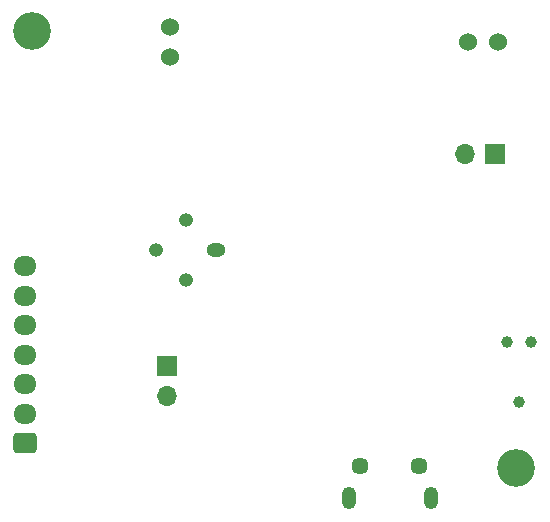
<source format=gbr>
G04 #@! TF.GenerationSoftware,KiCad,Pcbnew,7.0.8*
G04 #@! TF.CreationDate,2024-01-22T10:42:46-07:00*
G04 #@! TF.ProjectId,sdm24wheel,73646d32-3477-4686-9565-6c2e6b696361,v1.1*
G04 #@! TF.SameCoordinates,Original*
G04 #@! TF.FileFunction,Soldermask,Bot*
G04 #@! TF.FilePolarity,Negative*
%FSLAX46Y46*%
G04 Gerber Fmt 4.6, Leading zero omitted, Abs format (unit mm)*
G04 Created by KiCad (PCBNEW 7.0.8) date 2024-01-22 10:42:46*
%MOMM*%
%LPD*%
G01*
G04 APERTURE LIST*
G04 Aperture macros list*
%AMRoundRect*
0 Rectangle with rounded corners*
0 $1 Rounding radius*
0 $2 $3 $4 $5 $6 $7 $8 $9 X,Y pos of 4 corners*
0 Add a 4 corners polygon primitive as box body*
4,1,4,$2,$3,$4,$5,$6,$7,$8,$9,$2,$3,0*
0 Add four circle primitives for the rounded corners*
1,1,$1+$1,$2,$3*
1,1,$1+$1,$4,$5*
1,1,$1+$1,$6,$7*
1,1,$1+$1,$8,$9*
0 Add four rect primitives between the rounded corners*
20,1,$1+$1,$2,$3,$4,$5,0*
20,1,$1+$1,$4,$5,$6,$7,0*
20,1,$1+$1,$6,$7,$8,$9,0*
20,1,$1+$1,$8,$9,$2,$3,0*%
G04 Aperture macros list end*
%ADD10C,0.990600*%
%ADD11C,1.524000*%
%ADD12C,3.200000*%
%ADD13O,1.200000X1.900000*%
%ADD14C,1.450000*%
%ADD15R,1.700000X1.700000*%
%ADD16O,1.700000X1.700000*%
%ADD17RoundRect,0.250000X0.725000X-0.600000X0.725000X0.600000X-0.725000X0.600000X-0.725000X-0.600000X0*%
%ADD18O,1.950000X1.700000*%
%ADD19O,1.600000X1.200000*%
%ADD20O,1.200000X1.200000*%
G04 APERTURE END LIST*
D10*
X196235000Y-106410000D03*
X195219000Y-101330000D03*
X197251000Y-101330000D03*
D11*
X194440000Y-75900000D03*
X191900000Y-75900000D03*
X166700000Y-77170000D03*
X166700000Y-74630000D03*
D12*
X196000000Y-112000000D03*
D13*
X181800000Y-114550000D03*
D14*
X182800000Y-111850000D03*
X187800000Y-111850000D03*
D13*
X188800000Y-114550000D03*
D15*
X194175000Y-85400000D03*
D16*
X191635000Y-85400000D03*
D12*
X155000000Y-75000000D03*
D17*
X154400000Y-109900000D03*
D18*
X154400000Y-107400000D03*
X154400000Y-104900000D03*
X154400000Y-102400000D03*
X154400000Y-99900000D03*
X154400000Y-97400000D03*
X154400000Y-94900000D03*
D15*
X166400000Y-103360000D03*
D16*
X166400000Y-105900000D03*
D19*
X170540000Y-93500000D03*
D20*
X168000000Y-96040000D03*
X165460000Y-93500000D03*
X168000000Y-90960000D03*
M02*

</source>
